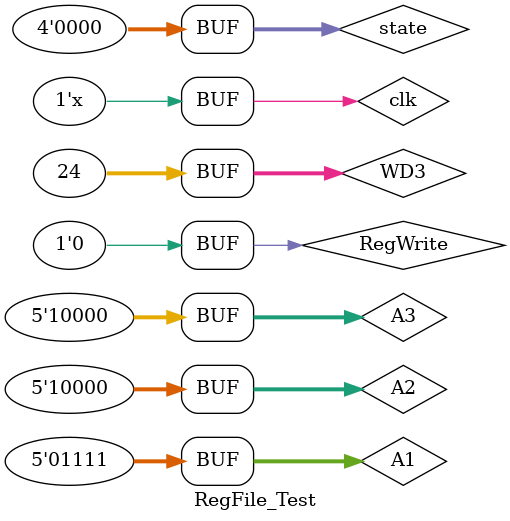
<source format=v>
`timescale 1ns / 1ps


module RegFile_Test;

	// Inputs
	reg clk;
	reg RegWrite;
	reg [4:0] A1;
	reg [4:0] A2;
	reg [4:0] A3;
	reg [31:0] WD3;
	reg [3:0] state;

	// Outputs
	wire [31:0] RD1;
	wire [31:0] RD2;

	// Instantiate the Unit Under Test (UUT)
	Regfile uut (
		.clk(clk), 
		.RegWrite(RegWrite), 
		.A1(A1), 
		.A2(A2), 
		.A3(A3), 
		.WD3(WD3), 
		.RD1(RD1), 
		.RD2(RD2), 
		.state(state)
	);

	initial begin
		// Initialize Inputs
		clk = 0;
		RegWrite = 0;
		A1 = 0;
		A2 = 0;
		A3 = 0;
		WD3 = 0;
		state = 0;

		// Wait 100 ns for global reset to finish
		#50;
		RegWrite = 1;
		A3 = 15;
		WD3 = 23;
		#100;
		RegWrite = 1;
		A3 = 16;
		WD3 = 24;
		#50;
		RegWrite = 0;
		A1 = 15;
		A2 = 16;
		
		
        
		// Add stimulus here

	end
    
	always begin
	#50;
	clk = ~clk;
	end
    	 
endmodule


</source>
